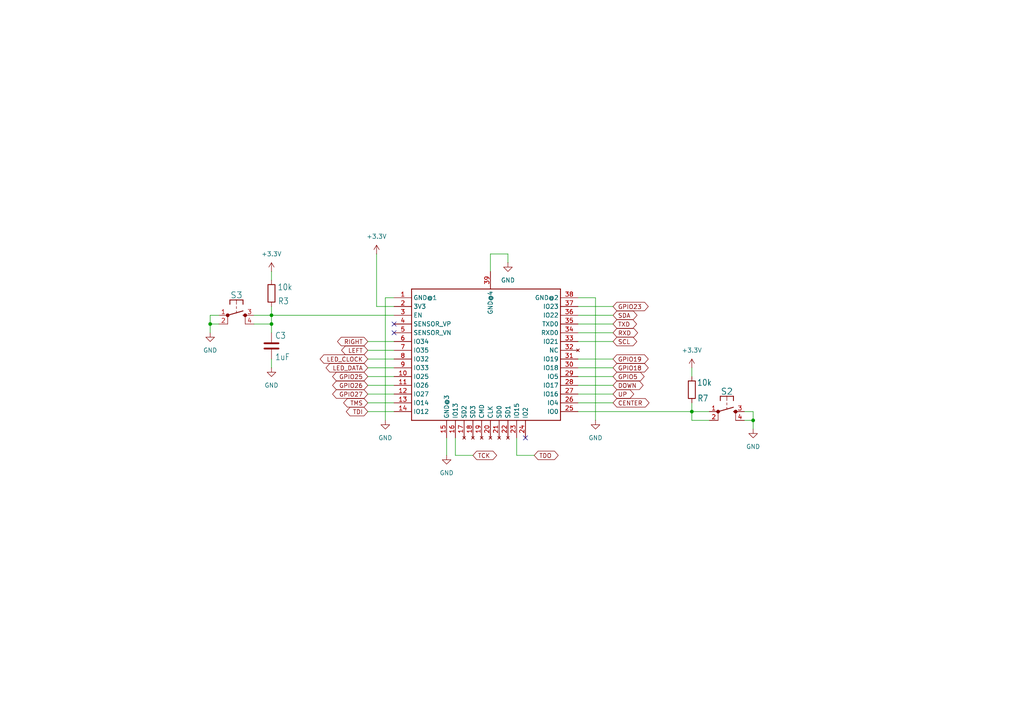
<source format=kicad_sch>
(kicad_sch (version 20231120) (generator "eeschema") (generator_version "8.0")
  (paper "A4")
  (lib_symbols
    (symbol "Device:C" (pin_numbers hide) (pin_names (offset 0.254))
      (property "Reference" "C" (at 0.635 2.54 0))
      (property "Value" "C" (at 0.635 -2.54 0))
      (symbol "C_0_1"
        (polyline (pts (xy -2.032 -0.762) (xy 2.032 -0.762)) (stroke (width 0.508)))
        (polyline (pts (xy -2.032 0.762) (xy 2.032 0.762)) (stroke (width 0.508)))
      )
      (symbol "C_1_1"
        (pin passive line (at 0 3.81 270) (length 2.794) (name "~") (number "1"))
        (pin passive line (at 0 -3.81 90) (length 2.794) (name "~") (number "2"))
      )
    )
    (symbol "Device:R" (pin_numbers hide) (pin_names (offset 0))
      (property "Reference" "R" (at 2.032 0 90))
      (property "Value" "R" (at 0 0 90))
      (symbol "R_0_1"
        (rectangle (start -1.016 -2.54) (end 1.016 2.54) (stroke (width 0.254)))
      )
      (symbol "R_1_1"
        (pin passive line (at 0 3.81 270) (length 1.27) (name "~") (number "1"))
        (pin passive line (at 0 -3.81 90) (length 1.27) (name "~") (number "2"))
      )
    )
    (symbol "controller:ESP32-WROOM-32D"
      (symbol "ESP32-WROOM-32D_1_0"
        (polyline (pts (xy -15.24 -22.86) (xy 27.94 -22.86)) (stroke (width 0.254)))
        (polyline (pts (xy -15.24 15.24) (xy -15.24 -22.86)) (stroke (width 0.254)))
        (polyline (pts (xy 27.94 -22.86) (xy 27.94 15.24)) (stroke (width 0.254)))
        (polyline (pts (xy 27.94 15.24) (xy -15.24 15.24)) (stroke (width 0.254)))
        (pin passive line (at -20.32 12.7 0) (length 5.08) (name "GND@1") (number "1"))
        (pin passive line (at -20.32 -10.16 0) (length 5.08) (name "IO25") (number "10"))
        (pin passive line (at -20.32 -12.7 0) (length 5.08) (name "IO26") (number "11"))
        (pin bidirectional line (at -20.32 -15.24 0) (length 5.08) (name "IO27") (number "12"))
        (pin bidirectional line (at -20.32 -17.78 0) (length 5.08) (name "IO14") (number "13"))
        (pin bidirectional line (at -20.32 -20.32 0) (length 5.08) (name "IO12") (number "14"))
        (pin passive line (at -5.08 -27.94 90) (length 5.08) (name "GND@3") (number "15"))
        (pin passive line (at -2.54 -27.94 90) (length 5.08) (name "IO13") (number "16"))
        (pin no_connect line (at 0 -27.94 90) (length 5.08) (name "SD2") (number "17"))
        (pin no_connect line (at 2.54 -27.94 90) (length 5.08) (name "SD3") (number "18"))
        (pin no_connect line (at 5.08 -27.94 90) (length 5.08) (name "CMD") (number "19"))
        (pin passive line (at -20.32 10.16 0) (length 5.08) (name "3V3") (number "2"))
        (pin no_connect line (at 7.62 -27.94 90) (length 5.08) (name "CLK") (number "20"))
        (pin no_connect line (at 10.16 -27.94 90) (length 5.08) (name "SD0") (number "21"))
        (pin no_connect line (at 12.7 -27.94 90) (length 5.08) (name "SD1") (number "22"))
        (pin passive line (at 15.24 -27.94 90) (length 5.08) (name "IO15") (number "23"))
        (pin passive line (at 17.78 -27.94 90) (length 5.08) (name "IO2") (number "24"))
        (pin bidirectional line (at 33.02 -20.32 180) (length 5.08) (name "IO0") (number "25"))
        (pin bidirectional line (at 33.02 -17.78 180) (length 5.08) (name "IO4") (number "26"))
        (pin bidirectional line (at 33.02 -15.24 180) (length 5.08) (name "IO16") (number "27"))
        (pin passive line (at 33.02 -12.7 180) (length 5.08) (name "IO17") (number "28"))
        (pin passive line (at 33.02 -10.16 180) (length 5.08) (name "IO5") (number "29"))
        (pin passive line (at -20.32 7.62 0) (length 5.08) (name "EN") (number "3"))
        (pin passive line (at 33.02 -7.62 180) (length 5.08) (name "IO18") (number "30"))
        (pin passive line (at 33.02 -5.08 180) (length 5.08) (name "IO19") (number "31"))
        (pin no_connect line (at 33.02 -2.54 180) (length 5.08) (name "NC") (number "32"))
        (pin passive line (at 33.02 0 180) (length 5.08) (name "IO21") (number "33"))
        (pin passive line (at 33.02 2.54 180) (length 5.08) (name "RXD0") (number "34"))
        (pin passive line (at 33.02 5.08 180) (length 5.08) (name "TXD0") (number "35"))
        (pin passive line (at 33.02 7.62 180) (length 5.08) (name "IO22") (number "36"))
        (pin passive line (at 33.02 10.16 180) (length 5.08) (name "IO23") (number "37"))
        (pin passive line (at 33.02 12.7 180) (length 5.08) (name "GND@2") (number "38"))
        (pin passive line (at 7.62 20.32 270) (length 5.08) (name "GND@4") (number "39"))
        (pin passive line (at -20.32 5.08 0) (length 5.08) (name "SENSOR_VP") (number "4"))
        (pin passive line (at -20.32 2.54 0) (length 5.08) (name "SENSOR_VN") (number "5"))
        (pin passive line (at -20.32 0 0) (length 5.08) (name "IO34") (number "6"))
        (pin passive line (at -20.32 -2.54 0) (length 5.08) (name "IO35") (number "7"))
        (pin passive line (at -20.32 -5.08 0) (length 5.08) (name "IO32") (number "8"))
        (pin passive line (at -20.32 -7.62 0) (length 5.08) (name "IO33") (number "9"))
      )
    )
    (symbol "controller:MOMENTARY-SWITCH-SPST-2-SMD-4.6X2.8MM"
      (property "Reference" "S" (at 0 4.826 0))
      (symbol "MOMENTARY-SWITCH-SPST-2-SMD-4.6X2.8MM_1_0"
        (circle (center -2.54 0) (radius 0.127) (stroke (width 0.4064)))
        (polyline (pts (xy -2.54 -2.54) (xy -2.54 0)) (stroke (width 0.1524)))
        (polyline (pts (xy -2.54 0) (xy 1.905 1.27)) (stroke (width 0.254)))
        (polyline (pts (xy -1.905 4.445) (xy -1.905 3.175)) (stroke (width 0.254)))
        (polyline (pts (xy 0 1.27) (xy 0 0.635)) (stroke (width 0.1524)))
        (polyline (pts (xy 0 2.54) (xy 0 1.905)) (stroke (width 0.1524)))
        (polyline (pts (xy 0 4.445) (xy -1.905 4.445)) (stroke (width 0.254)))
        (polyline (pts (xy 0 4.445) (xy 0 3.175)) (stroke (width 0.1524)))
        (polyline (pts (xy 1.905 0) (xy 2.54 0)) (stroke (width 0.254)))
        (polyline (pts (xy 1.905 4.445) (xy 0 4.445)) (stroke (width 0.254)))
        (polyline (pts (xy 1.905 4.445) (xy 1.905 3.175)) (stroke (width 0.254)))
        (polyline (pts (xy 2.54 -2.54) (xy 2.54 0)) (stroke (width 0.1524)))
        (circle (center 2.54 0) (radius 0.127) (stroke (width 0.4064)))
        (pin passive line (at -5.08 0 0) (length 2.54) (name "1") (number "1"))
        (pin passive line (at -5.08 -2.54 0) (length 2.54) (name "2") (number "2"))
        (pin passive line (at 5.08 0 180) (length 2.54) (name "3") (number "3"))
        (pin passive line (at 5.08 -2.54 180) (length 2.54) (name "4") (number "4"))
      )
    )
    (symbol "power:+3.3V" (power) (pin_numbers hide) (pin_names (offset 0) hide)
      (property "Value" "+3.3V" (at 0 3.556 0))
      (symbol "+3.3V_0_1"
        (polyline (pts (xy -0.762 1.27) (xy 0 2.54)))
        (polyline (pts (xy 0 0) (xy 0 2.54)))
        (polyline (pts (xy 0 2.54) (xy 0.762 1.27)))
      )
      (symbol "+3.3V_1_1"
        (pin power_in line (at 0 0 90) (length 0) (name "~") (number "1"))
      )
    )
    (symbol "power:GND" (power) (pin_numbers hide) (pin_names (offset 0) hide)
      (property "Value" "GND" (at 0 -3.81 0))
      (symbol "GND_0_1"
        (polyline (pts (xy 0 0) (xy 0 -1.27) (xy 1.27 -1.27) (xy 0 -2.54) (xy -1.27 -1.27) (xy 0 -1.27)))
      )
      (symbol "GND_1_1"
        (pin power_in line (at 0 0 270) (length 0) (name "~") (number "1"))
      )
    )
  )
  (junction (at 60.96 93.98))
  (junction (at 78.74 93.98))
  (junction (at 200.66 119.38))
  (junction (at 78.74 91.44))
  (junction (at 218.44 121.92))
  (no_connect (at 114.3 96.52))
  (no_connect (at 152.4 127))
  (no_connect (at 114.3 93.98))
  (wire (pts (xy 215.9 121.92) (xy 218.44 121.92)) (stroke (width 0.1524)))
  (wire (pts (xy 60.96 93.98) (xy 60.96 91.44)) (stroke (width 0.1524)))
  (wire (pts (xy 114.3 114.3) (xy 106.68 114.3)) (stroke (width 0.1524)))
  (wire (pts (xy 63.5 93.98) (xy 60.96 93.98)) (stroke (width 0.1524)))
  (wire (pts (xy 200.66 116.84) (xy 200.66 119.38)) (stroke (width 0.1524)))
  (wire (pts (xy 73.66 93.98) (xy 78.74 93.98)) (stroke (width 0.1524)))
  (wire (pts (xy 200.66 121.92) (xy 200.66 119.38)) (stroke (width 0.1524)))
  (wire (pts (xy 200.66 106.68) (xy 200.66 109.22)) (stroke (width 0.1524)))
  (wire (pts (xy 167.64 106.68) (xy 177.8 106.68)) (stroke (width 0.1524)))
  (wire (pts (xy 114.3 116.84) (xy 106.68 116.84)) (stroke (width 0.1524)))
  (wire (pts (xy 114.3 109.22) (xy 106.68 109.22)) (stroke (width 0.1524)))
  (wire (pts (xy 149.86 127) (xy 149.86 132.08)) (stroke (width 0.1524)))
  (wire (pts (xy 167.64 114.3) (xy 177.8 114.3)) (stroke (width 0.1524)))
  (wire (pts (xy 129.54 127) (xy 129.54 132.08)) (stroke (width 0.1524)))
  (wire (pts (xy 167.64 86.36) (xy 172.72 86.36)) (stroke (width 0.1524)))
  (wire (pts (xy 167.64 96.52) (xy 177.8 96.52)) (stroke (width 0.1524)))
  (wire (pts (xy 114.3 119.38) (xy 106.68 119.38)) (stroke (width 0.1524)))
  (wire (pts (xy 205.74 121.92) (xy 200.66 121.92)) (stroke (width 0.1524)))
  (wire (pts (xy 114.3 106.68) (xy 106.68 106.68)) (stroke (width 0.1524)))
  (wire (pts (xy 218.44 119.38) (xy 218.44 121.92)) (stroke (width 0.1524)))
  (wire (pts (xy 78.74 93.98) (xy 78.74 91.44)) (stroke (width 0.1524)))
  (wire (pts (xy 60.96 91.44) (xy 63.5 91.44)) (stroke (width 0.1524)))
  (wire (pts (xy 60.96 96.52) (xy 60.96 93.98)) (stroke (width 0.1524)))
  (wire (pts (xy 218.44 121.92) (xy 218.44 124.46)) (stroke (width 0.1524)))
  (wire (pts (xy 167.64 91.44) (xy 177.8 91.44)) (stroke (width 0.1524)))
  (wire (pts (xy 149.86 132.08) (xy 154.94 132.08)) (stroke (width 0.1524)))
  (wire (pts (xy 167.64 93.98) (xy 177.8 93.98)) (stroke (width 0.1524)))
  (wire (pts (xy 114.3 104.14) (xy 106.68 104.14)) (stroke (width 0.1524)))
  (wire (pts (xy 172.72 86.36) (xy 172.72 121.92)) (stroke (width 0.1524)))
  (wire (pts (xy 132.08 132.08) (xy 137.16 132.08)) (stroke (width 0.1524)))
  (wire (pts (xy 78.74 91.44) (xy 78.74 88.9)) (stroke (width 0.1524)))
  (wire (pts (xy 78.74 78.74) (xy 78.74 81.28)) (stroke (width 0.1524)))
  (wire (pts (xy 114.3 111.76) (xy 106.68 111.76)) (stroke (width 0.1524)))
  (wire (pts (xy 167.64 109.22) (xy 177.8 109.22)) (stroke (width 0.1524)))
  (wire (pts (xy 142.24 78.74) (xy 142.24 73.66)) (stroke (width 0.1524)))
  (wire (pts (xy 200.66 119.38) (xy 167.64 119.38)) (stroke (width 0.1524)))
  (wire (pts (xy 114.3 86.36) (xy 111.76 86.36)) (stroke (width 0.1524)))
  (wire (pts (xy 200.66 119.38) (xy 205.74 119.38)) (stroke (width 0.1524)))
  (wire (pts (xy 215.9 119.38) (xy 218.44 119.38)) (stroke (width 0.1524)))
  (wire (pts (xy 167.64 111.76) (xy 177.8 111.76)) (stroke (width 0.1524)))
  (wire (pts (xy 109.22 73.66) (xy 109.22 88.9)) (stroke (width 0.1524)))
  (wire (pts (xy 132.08 127) (xy 132.08 132.08)) (stroke (width 0.1524)))
  (wire (pts (xy 114.3 91.44) (xy 78.74 91.44)) (stroke (width 0.1524)))
  (wire (pts (xy 114.3 99.06) (xy 106.68 99.06)) (stroke (width 0.1524)))
  (wire (pts (xy 73.66 91.44) (xy 78.74 91.44)) (stroke (width 0.1524)))
  (wire (pts (xy 167.64 104.14) (xy 177.8 104.14)) (stroke (width 0.1524)))
  (wire (pts (xy 147.32 73.66) (xy 147.32 76.2)) (stroke (width 0.1524)))
  (wire (pts (xy 111.76 86.36) (xy 111.76 121.92)) (stroke (width 0.1524)))
  (wire (pts (xy 114.3 101.6) (xy 106.68 101.6)) (stroke (width 0.1524)))
  (wire (pts (xy 167.64 116.84) (xy 177.8 116.84)) (stroke (width 0.1524)))
  (wire (pts (xy 167.64 99.06) (xy 177.8 99.06)) (stroke (width 0.1524)))
  (wire (pts (xy 109.22 88.9) (xy 114.3 88.9)) (stroke (width 0.1524)))
  (wire (pts (xy 142.24 73.66) (xy 147.32 73.66)) (stroke (width 0.1524)))
  (wire (pts (xy 78.74 104.14) (xy 78.74 106.68)))
  (wire (pts (xy 78.74 93.98) (xy 78.74 96.52)))
  (wire (pts (xy 167.64 88.9) (xy 177.8 88.9)) (stroke (width 0.1524)))
  (global_label "GPIO5" (shape bidirectional) (at 177.8 109.22 0) (effects (font (size 1.2446 1.2446))) (property "Intersheetrefs" "${INTERSHEET_REFS}" (effects (hide yes))))
  (global_label "TMS" (shape bidirectional) (at 106.68 116.84 180) (effects (font (size 1.2446 1.2446))) (property "Intersheetrefs" "${INTERSHEET_REFS}" (effects (hide yes))))
  (global_label "UP" (shape bidirectional) (at 177.8 114.3 0) (effects (font (size 1.2446 1.2446))) (property "Intersheetrefs" "${INTERSHEET_REFS}" (effects (hide yes))))
  (global_label "GPIO23" (shape bidirectional) (at 177.8 88.9 0) (effects (font (size 1.2446 1.2446))) (property "Intersheetrefs" "${INTERSHEET_REFS}" (effects (hide yes))))
  (global_label "LED_CLOCK" (shape bidirectional) (at 106.68 104.14 180) (effects (font (size 1.2446 1.2446))) (property "Intersheetrefs" "${INTERSHEET_REFS}" (effects (hide yes))))
  (global_label "TDO" (shape bidirectional) (at 154.94 132.08 0) (effects (font (size 1.2446 1.2446))) (property "Intersheetrefs" "${INTERSHEET_REFS}" (effects (hide yes))))
  (global_label "LEFT" (shape bidirectional) (at 106.68 101.6 180) (effects (font (size 1.2446 1.2446))) (property "Intersheetrefs" "${INTERSHEET_REFS}" (effects (hide yes))))
  (global_label "TXD" (shape bidirectional) (at 177.8 93.98 0) (effects (font (size 1.2446 1.2446))) (property "Intersheetrefs" "${INTERSHEET_REFS}" (effects (hide yes))))
  (global_label "CENTER" (shape bidirectional) (at 177.8 116.84 0) (effects (font (size 1.2446 1.2446))) (property "Intersheetrefs" "${INTERSHEET_REFS}" (effects (hide yes))))
  (global_label "GPIO27" (shape bidirectional) (at 106.68 114.3 180) (effects (font (size 1.2446 1.2446))) (property "Intersheetrefs" "${INTERSHEET_REFS}" (effects (hide yes))))
  (global_label "GPIO19" (shape bidirectional) (at 177.8 104.14 0) (effects (font (size 1.2446 1.2446))) (property "Intersheetrefs" "${INTERSHEET_REFS}" (effects (hide yes))))
  (global_label "SCL" (shape bidirectional) (at 177.8 99.06 0) (effects (font (size 1.2446 1.2446))) (property "Intersheetrefs" "${INTERSHEET_REFS}" (effects (hide yes))))
  (global_label "GPIO18" (shape bidirectional) (at 177.8 106.68 0) (effects (font (size 1.2446 1.2446))) (property "Intersheetrefs" "${INTERSHEET_REFS}" (effects (hide yes))))
  (global_label "TDI" (shape bidirectional) (at 106.68 119.38 180) (effects (font (size 1.2446 1.2446))) (property "Intersheetrefs" "${INTERSHEET_REFS}" (effects (hide yes))))
  (global_label "GPIO26" (shape bidirectional) (at 106.68 111.76 180) (effects (font (size 1.2446 1.2446))) (property "Intersheetrefs" "${INTERSHEET_REFS}" (effects (hide yes))))
  (global_label "TCK" (shape bidirectional) (at 137.16 132.08 0) (effects (font (size 1.2446 1.2446))) (property "Intersheetrefs" "${INTERSHEET_REFS}" (effects (hide yes))))
  (global_label "DOWN" (shape bidirectional) (at 177.8 111.76 0) (effects (font (size 1.2446 1.2446))) (property "Intersheetrefs" "${INTERSHEET_REFS}" (effects (hide yes))))
  (global_label "RXD" (shape bidirectional) (at 177.8 96.52 0) (effects (font (size 1.2446 1.2446))) (property "Intersheetrefs" "${INTERSHEET_REFS}" (effects (hide yes))))
  (global_label "LED_DATA" (shape bidirectional) (at 106.68 106.68 180) (effects (font (size 1.2446 1.2446))) (property "Intersheetrefs" "${INTERSHEET_REFS}" (effects (hide yes))))
  (global_label "RIGHT" (shape bidirectional) (at 106.68 99.06 180) (effects (font (size 1.2446 1.2446))) (property "Intersheetrefs" "${INTERSHEET_REFS}" (effects (hide yes))))
  (global_label "SDA" (shape bidirectional) (at 177.8 91.44 0) (effects (font (size 1.2446 1.2446))) (property "Intersheetrefs" "${INTERSHEET_REFS}" (effects (hide yes))))
  (global_label "GPIO25" (shape bidirectional) (at 106.68 109.22 180) (effects (font (size 1.2446 1.2446))) (property "Intersheetrefs" "${INTERSHEET_REFS}" (effects (hide yes))))
  (symbol (lib_id "power:GND") (at 218.44 124.46 0) (unit 1)
    (property "Reference" "#PWR015" (effects (hide yes)))
    (property "Value" "GND" (at 218.44 129.54 0))
    (property "Description" "Power symbol creates a global label with name \"GND\" , ground" (effects (hide yes)))
  )
  (symbol (lib_id "controller:ESP32-WROOM-32D") (at 134.62 99.06 0) (unit 1)
    (property "Reference" "U$2" (effects (hide yes)))
    (property "Value" "ESP32-WROOM-32D" (effects (hide yes)))
    (property "Footprint" "controller:ESP32-WROOM-32D" (effects (hide yes)))
  )
  (symbol (lib_id "power:+3.3V") (at 200.66 106.68 0) (unit 1)
    (property "Reference" "#PWR010" (effects (hide yes)))
    (property "Value" "+3.3V" (at 200.66 101.6 0))
    (property "Description" "Power symbol creates a global label with name \"+3.3V\"" (effects (hide yes)))
  )
  (symbol (lib_id "power:GND") (at 172.72 121.92 0) (unit 1)
    (property "Reference" "#PWR014" (effects (hide yes)))
    (property "Value" "GND" (at 172.72 127 0))
    (property "Description" "Power symbol creates a global label with name \"GND\" , ground" (effects (hide yes)))
  )
  (symbol (lib_id "power:GND") (at 78.74 106.68 0) (unit 1)
    (property "Reference" "#PWR036" (effects (hide yes)))
    (property "Value" "GND" (at 78.74 111.76 0))
    (property "Description" "Power symbol creates a global label with name \"GND\" , ground" (effects (hide yes)))
  )
  (symbol (lib_id "power:GND") (at 60.96 96.52 0) (unit 1)
    (property "Reference" "#PWR011" (effects (hide yes)))
    (property "Value" "GND" (at 60.96 101.6 0))
    (property "Description" "Power symbol creates a global label with name \"GND\" , ground" (effects (hide yes)))
  )
  (symbol (lib_id "controller:MOMENTARY-SWITCH-SPST-2-SMD-4.6X2.8MM") (at 68.58 91.44 0) (unit 1)
    (property "Reference" "S3" (at 68.58 86.614 0) (effects (font (size 1.778 1.778)) (justify bottom)))
    (property "Value" "MOMENTARY-SWITCH-SPST-2-SMD-4.6X2.8MM" (effects (hide yes)))
    (property "Footprint" "controller:TACTILE_SWITCH_SMD_4.6X2.8MM" (effects (hide yes)))
  )
  (symbol (lib_id "power:+3.3V") (at 109.22 73.66 0) (unit 1)
    (property "Reference" "#PWR09" (effects (hide yes)))
    (property "Value" "+3.3V" (at 109.22 68.58 0))
    (property "Description" "Power symbol creates a global label with name \"+3.3V\"" (effects (hide yes)))
  )
  (symbol (lib_id "power:+3.3V") (at 78.74 78.74 0) (unit 1)
    (property "Reference" "#PWR08" (effects (hide yes)))
    (property "Value" "+3.3V" (at 78.74 73.66 0))
    (property "Description" "Power symbol creates a global label with name \"+3.3V\"" (effects (hide yes)))
  )
  (symbol (lib_id "power:GND") (at 111.76 121.92 0) (unit 1)
    (property "Reference" "#PWR013" (effects (hide yes)))
    (property "Value" "GND" (at 111.76 127 0))
    (property "Description" "Power symbol creates a global label with name \"GND\" , ground" (effects (hide yes)))
  )
  (symbol (lib_id "Device:R") (at 200.66 113.03 180) (unit 1)
    (property "Reference" "R7" (at 205.486 114.554 0) (effects (font (size 1.778 1.5113)) (justify left bottom)))
    (property "Value" "10k" (at 206.502 109.982 0) (effects (font (size 1.778 1.5113)) (justify left bottom)))
    (property "Footprint" "controller:R0805" (effects (hide yes)))
    (property "Description" "Resistor" (effects (hide yes)))
  )
  (symbol (lib_id "power:GND") (at 129.54 132.08 0) (unit 1)
    (property "Reference" "#PWR012" (effects (hide yes)))
    (property "Value" "GND" (at 129.54 137.16 0))
    (property "Description" "Power symbol creates a global label with name \"GND\" , ground" (effects (hide yes)))
  )
  (symbol (lib_id "Device:C") (at 78.74 100.33 0) (unit 1)
    (property "Reference" "C3" (at 79.756 98.298 0) (effects (font (size 1.778 1.5113)) (justify left bottom)))
    (property "Value" "1uF" (at 79.756 104.521 0) (effects (font (size 1.778 1.5113)) (justify left bottom)))
    (property "Footprint" "controller:C0805" (effects (hide yes)))
    (property "Description" "Unpolarized capacitor" (effects (hide yes)))
  )
  (symbol (lib_id "power:GND") (at 147.32 76.2 0) (unit 1)
    (property "Reference" "#PWR016" (effects (hide yes)))
    (property "Value" "GND" (at 147.32 81.28 0))
    (property "Description" "Power symbol creates a global label with name \"GND\" , ground" (effects (hide yes)))
  )
  (symbol (lib_id "controller:MOMENTARY-SWITCH-SPST-2-SMD-4.6X2.8MM") (at 210.82 119.38 0) (unit 1)
    (property "Reference" "S2" (at 210.82 114.554 0) (effects (font (size 1.778 1.778)) (justify bottom)))
    (property "Value" "MOMENTARY-SWITCH-SPST-2-SMD-4.6X2.8MM" (effects (hide yes)))
    (property "Footprint" "controller:TACTILE_SWITCH_SMD_4.6X2.8MM" (effects (hide yes)))
  )
  (symbol (lib_id "Device:R") (at 78.74 85.09 180) (unit 1)
    (property "Reference" "R3" (at 83.82 86.36 0) (effects (font (size 1.778 1.5113)) (justify left bottom)))
    (property "Value" "10k" (at 84.836 82.296 0) (effects (font (size 1.778 1.5113)) (justify left bottom)))
    (property "Footprint" "controller:R0805" (effects (hide yes)))
    (property "Description" "Resistor" (effects (hide yes)))
  )
)
</source>
